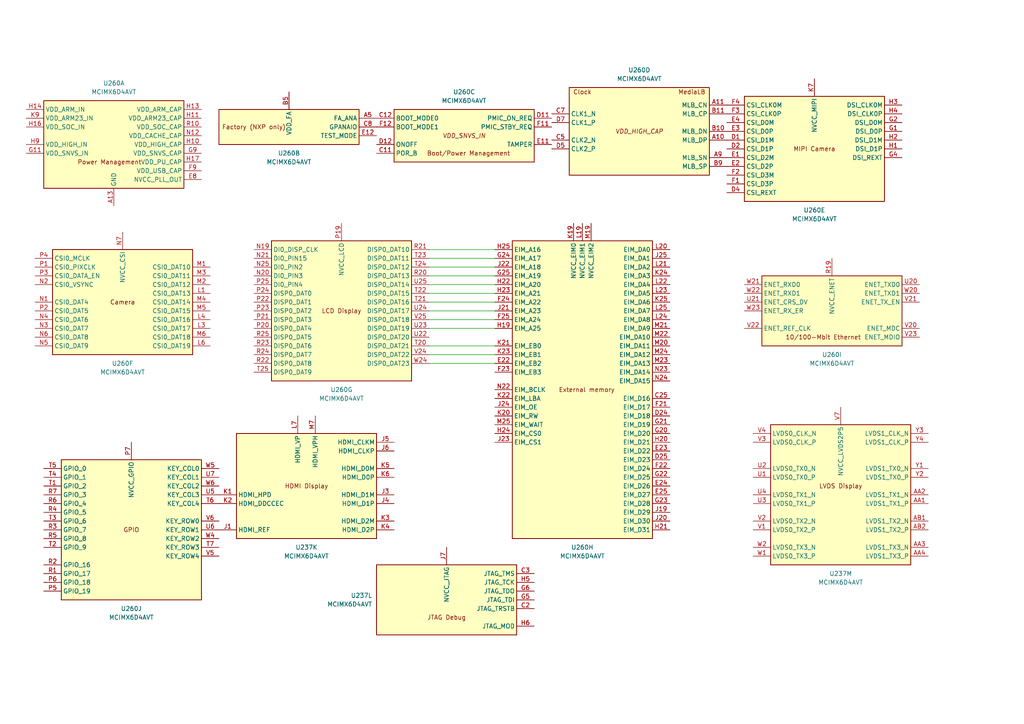
<source format=kicad_sch>
(kicad_sch (version 20250114) (generator "eeschema") (generator_version "9.0")
  (paper "A4")
  (wire (pts (xy 143.51 102.87) (xy 124.46 102.87)))
  (wire (pts (xy 143.51 100.33) (xy 124.46 100.33)))
  (wire (pts (xy 143.51 105.41) (xy 124.46 105.41)))
  (wire (pts (xy 143.51 87.63) (xy 124.46 87.63)))
  (wire (pts (xy 143.51 92.71) (xy 124.46 92.71)))
  (wire (pts (xy 143.51 80.01) (xy 124.46 80.01)))
  (wire (pts (xy 143.51 85.09) (xy 124.46 85.09)))
  (wire (pts (xy 143.51 77.47) (xy 124.46 77.47)))
  (wire (pts (xy 143.51 82.55) (xy 124.46 82.55)))
  (wire (pts (xy 143.51 95.25) (xy 124.46 95.25)))
  (wire (pts (xy 143.51 72.39) (xy 124.46 72.39)))
  (wire (pts (xy 143.51 74.93) (xy 124.46 74.93)))
  (wire (pts (xy 143.51 90.17) (xy 124.46 90.17)))
  (symbol (lib_id "CPU_NXP_IMX:MCIMX6D4AVT") (at 35.56 87.63 0) (unit 6)
    (property "Reference" "U260" (at 35.56 105.41 0))
    (property "Value" "MCIMX6D4AVT" (at 35.56 107.95 0))
    (property "Footprint" "Package_BGA:BGA-624_21x21mm_Layout25x25_P0.8mm" (effects (hide yes)))
    (property "Datasheet" "https://www.nxp.com/docs/en/data-sheet/IMX6DQAEC.pdf" (effects (hide yes)))
    (property "Description" "i.MX 6Dual Automotive and Infotainment Application Processor, BGA-624" (effects (hide yes)))
  )
  (symbol (lib_id "CPU_NXP_IMX:MCIMX6D4AVT") (at 88.9 140.97 0) (unit 11)
    (property "Reference" "U237" (at 88.9 158.75 0))
    (property "Value" "MCIMX6D4AVT" (at 88.9 161.29 0))
    (property "Footprint" "Package_BGA:BGA-624_21x21mm_Layout25x25_P0.8mm" (effects (hide yes)))
    (property "Datasheet" "https://www.nxp.com/docs/en/data-sheet/IMX6DQAEC.pdf" (effects (hide yes)))
    (property "Description" "i.MX 6Dual Automotive and Infotainment Application Processor, BGA-624" (effects (hide yes)))
  )
  (symbol (lib_id "CPU_NXP_IMX:MCIMX6D4AVT") (at 236.22 43.18 0) (unit 5)
    (property "Reference" "U260" (at 236.22 60.96 0))
    (property "Value" "MCIMX6D4AVT" (at 236.22 63.5 0))
    (property "Footprint" "Package_BGA:BGA-624_21x21mm_Layout25x25_P0.8mm" (effects (hide yes)))
    (property "Datasheet" "https://www.nxp.com/docs/en/data-sheet/IMX6DQAEC.pdf" (effects (hide yes)))
    (property "Description" "i.MX 6Dual Automotive and Infotainment Application Processor, BGA-624" (effects (hide yes)))
  )
  (symbol (lib_id "CPU_NXP_IMX:MCIMX6D4AVT") (at 134.62 39.37 0) (unit 3)
    (property "Reference" "U260" (at 134.62 26.67 0))
    (property "Value" "MCIMX6D4AVT" (at 134.62 29.21 0))
    (property "Footprint" "Package_BGA:BGA-624_21x21mm_Layout25x25_P0.8mm" (effects (hide yes)))
    (property "Datasheet" "https://www.nxp.com/docs/en/data-sheet/IMX6DQAEC.pdf" (effects (hide yes)))
    (property "Description" "i.MX 6Dual Automotive and Infotainment Application Processor, BGA-624" (effects (hide yes)))
  )
  (symbol (lib_id "CPU_NXP_IMX:MCIMX6D4AVT") (at 243.84 143.51 0) (unit 13)
    (property "Reference" "U237" (at 243.84 166.37 0))
    (property "Value" "MCIMX6D4AVT" (at 243.84 168.91 0))
    (property "Footprint" "Package_BGA:BGA-624_21x21mm_Layout25x25_P0.8mm" (effects (hide yes)))
    (property "Datasheet" "https://www.nxp.com/docs/en/data-sheet/IMX6DQAEC.pdf" (effects (hide yes)))
    (property "Description" "i.MX 6Dual Automotive and Infotainment Application Processor, BGA-624" (effects (hide yes)))
  )
  (symbol (lib_id "CPU_NXP_IMX:MCIMX6D4AVT") (at 168.91 113.03 0) (unit 8)
    (property "Reference" "U260" (at 168.91 158.75 0))
    (property "Value" "MCIMX6D4AVT" (at 168.91 161.29 0))
    (property "Footprint" "Package_BGA:BGA-624_21x21mm_Layout25x25_P0.8mm" (effects (hide yes)))
    (property "Datasheet" "https://www.nxp.com/docs/en/data-sheet/IMX6DQAEC.pdf" (effects (hide yes)))
    (property "Description" "i.MX 6Dual Automotive and Infotainment Application Processor, BGA-624" (effects (hide yes)))
  )
  (symbol (lib_id "CPU_NXP_IMX:MCIMX6D4AVT") (at 129.54 173.99 0) (unit 12)
    (property "Reference" "U237" (at 107.95 172.7199 0) (effects (justify right)))
    (property "Value" "MCIMX6D4AVT" (at 107.95 175.2599 0) (effects (justify right)))
    (property "Footprint" "Package_BGA:BGA-624_21x21mm_Layout25x25_P0.8mm" (effects (hide yes)))
    (property "Datasheet" "https://www.nxp.com/docs/en/data-sheet/IMX6DQAEC.pdf" (effects (hide yes)))
    (property "Description" "i.MX 6Dual Automotive and Infotainment Application Processor, BGA-624" (effects (hide yes)))
  )
  (symbol (lib_id "CPU_NXP_IMX:MCIMX6D4AVT") (at 38.1 153.67 0) (unit 10)
    (property "Reference" "U260" (at 38.1 176.53 0))
    (property "Value" "MCIMX6D4AVT" (at 38.1 179.07 0))
    (property "Footprint" "Package_BGA:BGA-624_21x21mm_Layout25x25_P0.8mm" (effects (hide yes)))
    (property "Datasheet" "https://www.nxp.com/docs/en/data-sheet/IMX6DQAEC.pdf" (effects (hide yes)))
    (property "Description" "i.MX 6Dual Automotive and Infotainment Application Processor, BGA-624" (effects (hide yes)))
  )
  (symbol (lib_id "CPU_NXP_IMX:MCIMX6D4AVT") (at 241.3 90.17 0) (unit 9)
    (property "Reference" "U260" (at 241.3 102.87 0))
    (property "Value" "MCIMX6D4AVT" (at 241.3 105.41 0))
    (property "Footprint" "Package_BGA:BGA-624_21x21mm_Layout25x25_P0.8mm" (effects (hide yes)))
    (property "Datasheet" "https://www.nxp.com/docs/en/data-sheet/IMX6DQAEC.pdf" (effects (hide yes)))
    (property "Description" "i.MX 6Dual Automotive and Infotainment Application Processor, BGA-624" (effects (hide yes)))
  )
  (symbol (lib_id "CPU_NXP_IMX:MCIMX6D4AVT") (at 83.82 36.83 0) (unit 2)
    (property "Reference" "U260" (at 83.82 44.45 0))
    (property "Value" "MCIMX6D4AVT" (at 83.82 46.99 0))
    (property "Footprint" "Package_BGA:BGA-624_21x21mm_Layout25x25_P0.8mm" (effects (hide yes)))
    (property "Datasheet" "https://www.nxp.com/docs/en/data-sheet/IMX6DQAEC.pdf" (effects (hide yes)))
    (property "Description" "i.MX 6Dual Automotive and Infotainment Application Processor, BGA-624" (effects (hide yes)))
  )
  (symbol (lib_id "CPU_NXP_IMX:MCIMX6D4AVT") (at 185.42 38.1 0) (unit 4)
    (property "Reference" "U260" (at 185.42 20.32 0))
    (property "Value" "MCIMX6D4AVT" (at 185.42 22.86 0))
    (property "Footprint" "Package_BGA:BGA-624_21x21mm_Layout25x25_P0.8mm" (effects (hide yes)))
    (property "Datasheet" "https://www.nxp.com/docs/en/data-sheet/IMX6DQAEC.pdf" (effects (hide yes)))
    (property "Description" "i.MX 6Dual Automotive and Infotainment Application Processor, BGA-624" (effects (hide yes)))
  )
  (symbol (lib_id "CPU_NXP_IMX:MCIMX6D4AVT") (at 99.06 90.17 0) (unit 7)
    (property "Reference" "U260" (at 99.06 113.03 0))
    (property "Value" "MCIMX6D4AVT" (at 99.06 115.57 0))
    (property "Footprint" "Package_BGA:BGA-624_21x21mm_Layout25x25_P0.8mm" (effects (hide yes)))
    (property "Datasheet" "https://www.nxp.com/docs/en/data-sheet/IMX6DQAEC.pdf" (effects (hide yes)))
    (property "Description" "i.MX 6Dual Automotive and Infotainment Application Processor, BGA-624" (effects (hide yes)))
  )
  (symbol (lib_id "CPU_NXP_IMX:MCIMX6D4AVT") (at 33.02 41.91 0) (unit 1)
    (property "Reference" "U260" (at 33.02 24.13 0))
    (property "Value" "MCIMX6D4AVT" (at 33.02 26.67 0))
    (property "Footprint" "Package_BGA:BGA-624_21x21mm_Layout25x25_P0.8mm" (effects (hide yes)))
    (property "Datasheet" "https://www.nxp.com/docs/en/data-sheet/IMX6DQAEC.pdf" (effects (hide yes)))
    (property "Description" "i.MX 6Dual Automotive and Infotainment Application Processor, BGA-624" (effects (hide yes)))
  )
)
</source>
